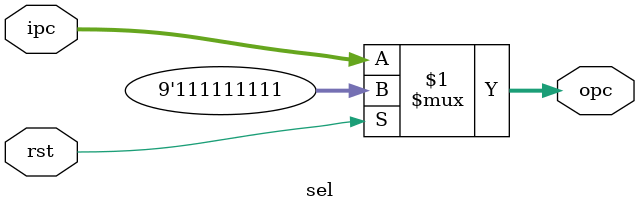
<source format=v>
`timescale 1ns / 1ps
module sel(rst,ipc,opc);
		input rst;
 		input [8:0] ipc;
  		output [8:0] opc;	
		assign opc = rst ? 9'b111111111 : ipc;
endmodule
 
</source>
